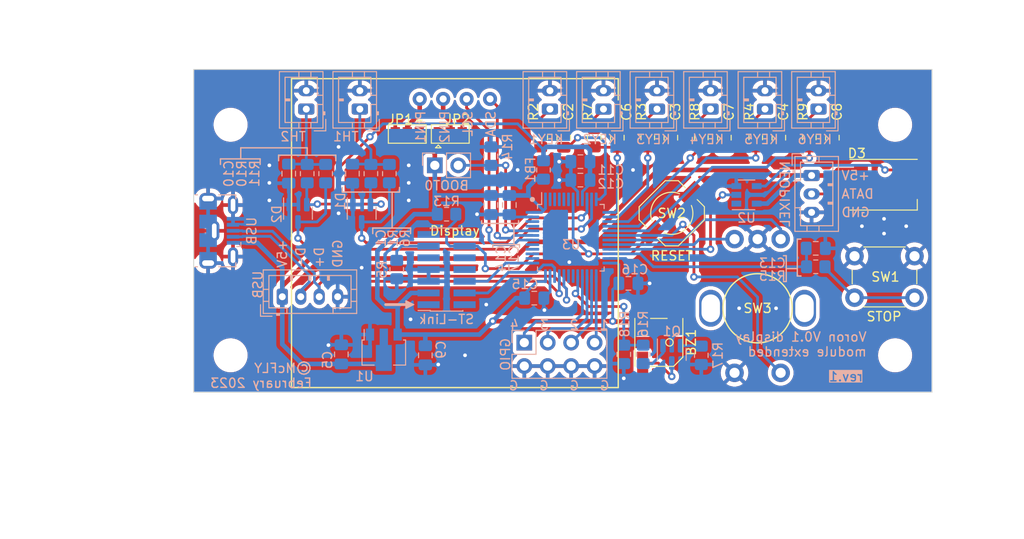
<source format=kicad_pcb>
(kicad_pcb (version 20221018) (generator pcbnew)

  (general
    (thickness 1.6)
  )

  (paper "A4")
  (title_block
    (title "V0_McDisplay")
    (date "2023-02-13")
    (rev "1")
    (company "Anton McFLY Mukhin")
  )

  (layers
    (0 "F.Cu" signal)
    (31 "B.Cu" signal)
    (32 "B.Adhes" user "B.Adhesive")
    (33 "F.Adhes" user "F.Adhesive")
    (34 "B.Paste" user)
    (35 "F.Paste" user)
    (36 "B.SilkS" user "B.Silkscreen")
    (37 "F.SilkS" user "F.Silkscreen")
    (38 "B.Mask" user)
    (39 "F.Mask" user)
    (40 "Dwgs.User" user "User.Drawings")
    (41 "Cmts.User" user "User.Comments")
    (42 "Eco1.User" user "User.Eco1")
    (43 "Eco2.User" user "User.Eco2")
    (44 "Edge.Cuts" user)
    (45 "Margin" user)
    (46 "B.CrtYd" user "B.Courtyard")
    (47 "F.CrtYd" user "F.Courtyard")
    (48 "B.Fab" user)
    (49 "F.Fab" user)
    (50 "User.1" user)
    (51 "User.2" user)
  )

  (setup
    (stackup
      (layer "F.SilkS" (type "Top Silk Screen"))
      (layer "F.Paste" (type "Top Solder Paste"))
      (layer "F.Mask" (type "Top Solder Mask") (thickness 0.01))
      (layer "F.Cu" (type "copper") (thickness 0.035))
      (layer "dielectric 1" (type "core") (thickness 1.51) (material "FR4") (epsilon_r 4.5) (loss_tangent 0.02))
      (layer "B.Cu" (type "copper") (thickness 0.035))
      (layer "B.Mask" (type "Bottom Solder Mask") (thickness 0.01))
      (layer "B.Paste" (type "Bottom Solder Paste"))
      (layer "B.SilkS" (type "Bottom Silk Screen"))
      (copper_finish "None")
      (dielectric_constraints no)
    )
    (pad_to_mask_clearance 0)
    (pcbplotparams
      (layerselection 0x00010fc_ffffffff)
      (plot_on_all_layers_selection 0x0000000_00000000)
      (disableapertmacros false)
      (usegerberextensions true)
      (usegerberattributes false)
      (usegerberadvancedattributes false)
      (creategerberjobfile false)
      (dashed_line_dash_ratio 12.000000)
      (dashed_line_gap_ratio 3.000000)
      (svgprecision 6)
      (plotframeref false)
      (viasonmask false)
      (mode 1)
      (useauxorigin false)
      (hpglpennumber 1)
      (hpglpenspeed 20)
      (hpglpendiameter 15.000000)
      (dxfpolygonmode true)
      (dxfimperialunits true)
      (dxfusepcbnewfont true)
      (psnegative false)
      (psa4output false)
      (plotreference true)
      (plotvalue false)
      (plotinvisibletext false)
      (sketchpadsonfab false)
      (subtractmaskfromsilk true)
      (outputformat 1)
      (mirror false)
      (drillshape 0)
      (scaleselection 1)
      (outputdirectory "gerber/")
    )
  )

  (net 0 "")
  (net 1 "VBUS")
  (net 2 "Net-(BZ1-+)")
  (net 3 "Net-(J2-Pin_1)")
  (net 4 "KEY1")
  (net 5 "GND")
  (net 6 "KEY3")
  (net 7 "KEY5")
  (net 8 "KEY2")
  (net 9 "KEY4")
  (net 10 "KEY6")
  (net 11 "+3.3V")
  (net 12 "Net-(J11-Pin_1)")
  (net 13 "+3.3VA")
  (net 14 "KILL_SW")
  (net 15 "TH1")
  (net 16 "TH2")
  (net 17 "Net-(D3-DOUT)")
  (net 18 "Net-(D3-DIN)")
  (net 19 "D-")
  (net 20 "D+")
  (net 21 "Net-(J3-Pin_1)")
  (net 22 "Net-(J4-Pin_1)")
  (net 23 "Net-(J5-Pin_1)")
  (net 24 "unconnected-(J7-Pin_1-Pad1)")
  (net 25 "unconnected-(J7-Pin_2-Pad2)")
  (net 26 "SWDIO")
  (net 27 "SWCLK")
  (net 28 "unconnected-(J7-Pin_8-Pad8)")
  (net 29 "unconnected-(J7-Pin_9-Pad9)")
  (net 30 "unconnected-(J7-Pin_10-Pad10)")
  (net 31 "Net-(J7-Pin_11)")
  (net 32 "RESET")
  (net 33 "unconnected-(J7-Pin_13-Pad13)")
  (net 34 "unconnected-(J7-Pin_14-Pad14)")
  (net 35 "Net-(J8-Pin_1)")
  (net 36 "Net-(J9-Pin_1)")
  (net 37 "Net-(J10-Pin_1)")
  (net 38 "BOOT0")
  (net 39 "GPIO1")
  (net 40 "GPIO2")
  (net 41 "GPIO3")
  (net 42 "GPIO4")
  (net 43 "PIN1")
  (net 44 "PIN2")
  (net 45 "SCL")
  (net 46 "SDA")
  (net 47 "Net-(Q1-G)")
  (net 48 "Net-(Q1-S)")
  (net 49 "Net-(SW1-B)")
  (net 50 "BUZZER")
  (net 51 "ENC_A")
  (net 52 "ENC_B")
  (net 53 "ENC_SW")
  (net 54 "NEOPIXEL")
  (net 55 "unconnected-(U3-PC13-Pad2)")
  (net 56 "unconnected-(U3-PC14-OSC32_IN-Pad3)")
  (net 57 "unconnected-(U3-PC15-OSC32_OUT-Pad4)")
  (net 58 "unconnected-(U3-PF0-OSC_IN-Pad5)")
  (net 59 "unconnected-(U3-PF1-OSC_OUT-Pad6)")
  (net 60 "unconnected-(U3-PA9-Pad30)")
  (net 61 "unconnected-(U3-PA10-Pad31)")
  (net 62 "unconnected-(U3-PA15-Pad38)")
  (net 63 "unconnected-(U3-PB3-Pad39)")
  (net 64 "unconnected-(U3-PB4-Pad40)")
  (net 65 "unconnected-(U3-PB5-Pad41)")
  (net 66 "unconnected-(U3-PB8-Pad45)")
  (net 67 "unconnected-(U3-PB9-Pad46)")

  (footprint "V0-Display:WS2812_5050_LED" (layer "F.Cu") (at 74.75 12.5))

  (footprint "Resistor_SMD:R_0805_2012Metric_Pad1.20x1.40mm_HandSolder" (layer "F.Cu") (at 49.2 7.4 -90))

  (footprint "V0-Display:SW_PUSH_6mm" (layer "F.Cu") (at 71.6 20.25))

  (footprint "V0-Display:MountingHole_3.2mm_M3" (layer "F.Cu") (at 76 31))

  (footprint "Resistor_SMD:R_0805_2012Metric_Pad1.20x1.40mm_HandSolder" (layer "F.Cu") (at 43.4 7.4 -90))

  (footprint "Resistor_SMD:R_0805_2012Metric_Pad1.20x1.40mm_HandSolder" (layer "F.Cu") (at 55 7.4 -90))

  (footprint "V0-Display:MountingHole_3.2mm_M3" (layer "F.Cu") (at 4 31))

  (footprint "Capacitor_SMD:C_0805_2012Metric_Pad1.18x1.45mm_HandSolder" (layer "F.Cu") (at 57.5 7.4 90))

  (footprint "my_additions:Buzzer_5020" (layer "F.Cu") (at 50.4 29.6 -90))

  (footprint "Capacitor_SMD:C_0805_2012Metric_Pad1.18x1.45mm_HandSolder" (layer "F.Cu") (at 69.2 7.4 90))

  (footprint "Capacitor_SMD:C_0805_2012Metric_Pad1.18x1.45mm_HandSolder" (layer "F.Cu") (at 51.7 7.4 90))

  (footprint "Resistor_SMD:R_0805_2012Metric_Pad1.20x1.40mm_HandSolder" (layer "F.Cu") (at 66.7 7.4 -90))

  (footprint "Resistor_SMD:R_0805_2012Metric_Pad1.20x1.40mm_HandSolder" (layer "F.Cu") (at 60.9 7.4 -90))

  (footprint "V0-Display:SolderJumper-3_P1.3mm_Pad1.0x1.5mm" (layer "F.Cu") (at 23.1425 7 180))

  (footprint "Capacitor_SMD:C_0805_2012Metric_Pad1.18x1.45mm_HandSolder" (layer "F.Cu") (at 45.9 7.4 90))

  (footprint "my_additions:SW_silent_SMD_6x6x5" (layer "F.Cu") (at 51.8 15.6 -135))

  (footprint "Capacitor_SMD:C_0805_2012Metric_Pad1.18x1.45mm_HandSolder" (layer "F.Cu") (at 40.1 7.4 90))

  (footprint "V0-Display:MountingHole_3.2mm_M3" (layer "F.Cu") (at 4 6))

  (footprint "Resistor_SMD:R_0805_2012Metric_Pad1.20x1.40mm_HandSolder" (layer "F.Cu") (at 37.6 7.4 -90))

  (footprint "V0-Display:MountingHole_3.2mm_M3" (layer "F.Cu") (at 76 6))

  (footprint "V0-Display:SolderJumper-3_P1.3mm_Pad1.0x1.5mm" (layer "F.Cu") (at 27.8 7))

  (footprint "V0-Display:1pt3in_OLED" (layer "F.Cu") (at 28.3 3.2))

  (footprint "Capacitor_SMD:C_0805_2012Metric_Pad1.18x1.45mm_HandSolder" (layer "F.Cu") (at 63.4 7.4 90))

  (footprint "V0-Display:EN11_Encoder" (layer "F.Cu") (at 61.1 25.9 180))

  (footprint "Capacitor_SMD:C_0805_2012Metric_Pad1.18x1.45mm_HandSolder" (layer "B.Cu") (at 67.4 19.4))

  (footprint "Capacitor_SMD:C_0805_2012Metric_Pad1.18x1.45mm_HandSolder" (layer "B.Cu") (at 10.3 11.3 -90))

  (footprint "V0-Display:SOT-23-5" (layer "B.Cu") (at 59.9 13.6))

  (footprint "Connector_PinHeader_2.54mm:PinHeader_2x04_P2.54mm_Vertical" (layer "B.Cu") (at 35.82 29.625 -90))

  (footprint "Connector_JST:JST_PH_B3B-PH-K_1x03_P2.00mm_Vertical" (layer "B.Cu") (at 66.95 11.5 -90))

  (footprint "Connector_PinHeader_1.27mm:PinHeader_2x07_P1.27mm_Vertical_SMD" (layer "B.Cu") (at 27.4 21.7))

  (footprint "Connector_PinHeader_2.54mm:PinHeader_1x02_P2.54mm_Vertical" (layer "B.Cu") (at 26.125 10.4 -90))

  (footprint "Capacitor_SMD:C_0805_2012Metric_Pad1.18x1.45mm_HandSolder" (layer "B.Cu") (at 34.2 14.7 -90))

  (footprint "Capacitor_SMD:C_0805_2012Metric_Pad1.18x1.45mm_HandSolder" (layer "B.Cu") (at 47.1 23.2))

  (footprint "Package_QFP:LQFP-48_7x7mm_P0.5mm" (layer "B.Cu") (at 40.8625 18.25 -90))

  (footprint "Capacitor_SMD:C_0805_2012Metric_Pad1.18x1.45mm_HandSolder" (layer "B.Cu") (at 16 30.9 90))

  (footprint "Connector_JST:JST_PH_B2B-PH-K_1x02_P2.00mm_Vertical" (layer "B.Cu") (at 38.6 4.3 90))

  (footprint "Capacitor_SMD:C_0805_2012Metric_Pad1.18x1.45mm_HandSolder" (layer "B.Cu") (at 41.9 12 180))

  (footprint "Resistor_SMD:R_0805_2012Metric_Pad1.20x1.40mm_HandSolder" (layer "B.Cu") (at 32.2 9.4 -90))

  (footprint "Capacitor_SMD:C_0805_2012Metric_Pad1.18x1.45mm_HandSolder" (layer "B.Cu") (at 36.9 24.8))

  (footprint "Resistor_SMD:R_0805_2012Metric_Pad1.20x1.40mm_HandSolder" (layer "B.Cu") (at 14.3 11.300001 -90))

  (footprint "Resistor_SMD:R_0805_2012Metric_Pad1.20x1.40mm_HandSolder" (layer "B.Cu") (at 19.2 11.3 90))

  (footprint "Resistor_SMD:R_0805_2012Metric_Pad1.20x1.40mm_HandSolder" (layer "B.Cu") (at 27.4 15.7 180))

  (footprint "Capacitor_SMD:C_0805_2012Metric_Pad1.18x1.45mm_HandSolder" (layer "B.Cu") (at 17.2 11.3 -90))

  (footprint "Capacitor_SMD:C_0805_2012Metric_Pad1.18x1.45mm_HandSolder" (layer "B.Cu") (at 41.9 10 180))

  (footprint "Connector_JST:JST_PH_B2B-PH-K_1x02_P2.00mm_Vertical" (layer "B.Cu") (at 61.9 4.3 90))

  (footprint "Connector_JST:JST_PH_B2B-PH-K_1x02_P2.00mm_Vertical" (layer "B.Cu")
    (tstamp 732a5740-d45a-4288-933b-37ed89550304)
    (at 50.2 4.3 90)
    (descr "JST PH series connector, B2B-PH-K (http://www.jst-mfg.com/product/pdf/eng/ePH.pdf), generated with kicad-footprint-generator")
    (tags "connector JST PH side entry")
    (property "Label" "KEY3")
    (property "Sheetfile" "V0_McDisplay.kicad_sch")
    (property "Sheetname" "")
    (property "ki_description" "Generic connector, single row, 01x02, script generated (kicad-library-utils/schlib/autogen/connector/)")
    (property "ki_keywords" "connector")
    (path "/e9f69746-91ca-45d5-8ab8-58fb0a568c85")
    (attr through_hole)
    (fp_text reference "J4" (at 1 2.9 90) (layer "B.SilkS") hide
        (effects (font (size 1 1) (thickness 0.15)) (justify mirror))
      (tstamp 9c856e10-639e-425d-96bc-38408db78000)
    )
    (fp_text value "PH2.00_02" (at 1 -4 90) (layer "B.Fab")
        (effects (font (size 1 1) (thickness 0.15)) (justify mirror))
      (tstamp 9e8456fb-6cfb-441c-801c-406d1187c85a)
    )
    (fp_text user "${REFERENCE}" (at 1 -1.5 90) (layer "B.Fab")
        (effects (font (size 1 1) (thickness 0.15)) (justify mirror))
      (tstamp 625e9e59-b56b-46df-83b7-4628e7828bfa)
    )
    (fp_line (start -2.36 2.11) (end -2.36 0.86)
      (stroke (width 0.12) (type solid)) (layer "B.SilkS") (tstamp f2914a04-37f0-47b1-a201-2e67825223e8))
    (fp_line (start -2.06 -2.91) (end 4.06 -2.91)
      (stroke (width 0.12) (type solid)) (layer "B.SilkS") (tstamp 164dac81-7999-4719-9f92-f28015c126cf))
    (fp_line (start -2.06 -0.8) (end -1.45 -0.8)
      (stroke (width 0.12) (type solid)) (layer "B.SilkS") (tstamp ff22081c-4f47-4789-9e64-de3ff710ce06))
    (fp_line (start -2.06 0.5) (end -1.45 0.5)
      (stroke (width 0.12) (type solid)) (layer "B.SilkS") (tstamp c1401dbe-f21f-471f-8237-5e841cdc37ee))
    (fp_line (start -2.06 1.81) (end -2.06 -2.91)
      (stroke (width 0.12) (type solid)) (layer "B.SilkS") (tstamp 145d9ab2-590c-4974-a79e-d6145e025ec9))
    (fp_line (start -1.45 -2.3) (end 3.45 -2.3)
      (stroke (width 0.12) (type solid)) (layer "B.SilkS") (tstamp 985c0488-76d0-43a9-bd29-bd7f7d19ea2a))
    (fp_line (start -1.45 1.2) (end -1.45 -2.3)
      (stroke (width 0.12) (type solid)) (layer "B.SilkS") (tstamp 88e22f5b-d527-4ba3-805d-a8bd1167df7a))
    (fp_line (start -1.11 2.11) (end -2.36 2.11)
      (stroke (width 0.12) (type solid)) (layer "B.SilkS") (tstamp 78d85592-2d00-425e-b2f5-3c1690d2c082))
    (fp_line (start -0.6 2.01) (end -0.6 1.81)
      (stroke (width 0.12) (type solid)) (layer "B.SilkS") (tstamp 30c9e245-c1fd-481d-82b1-42518cacb1b8))
    (fp_line (start -0.3 1.81) (end -0.3 2.01)
      (stroke (width 0.12) (type solid)) (layer "B.SilkS") (tstamp 4f26520a-5293-45ec-bd13-03b657386f3b))
    (fp_line (start -0.3 1.91) (end -0.6 1.91)
      (stroke (width 0.12) (type solid)) (layer "B.SilkS") (tstamp cd2510ed-bf98-49e7-b932-2498dea1c13a))
    (fp_line (start -0.3 2.01) (end -0.6 2.01)
      (stroke (width 0.12) (type solid)) (layer "B.SilkS") (tstamp 76942d78-675c-4e1c-8846-1804b5db7d52))
    (fp_line (start 0.5 1.2) (end -1.45 1.2)
      (stroke (width 0.12) (type solid)) (layer "B.SilkS") (tstamp fbb1df67-d24f-4b1d-9a06-f182542d446a))
    (fp_line (start 0.5 1.81) (end 0.5 1.2)
      (stroke (width 0.12) (type solid)) (layer "B.SilkS") (tstamp 26a09900-6e47-46ec-9aca-86d5fab98350))
    (fp_line (start 0.9 -2.3) (end 0.9 -1.8)
      (stroke (width 0.12) (type solid)) (layer "B.SilkS") (tstamp 0f145a15-2ac1-4613-b3d0-d2fd29d221cc))
    (fp_line (start 0.9 -1.8) (end 1.1 -1.8)
      (stroke (width 0.12) (type solid)) (layer "B.SilkS") (tstamp a89b4406-8e94-4d2b-87e0-a5d8d3e68573))
    (fp_line (start 1 -2.3) (end 1 -1.8)
      (stroke (width 0.12) (type solid)) (layer "B.SilkS") (tstamp 69b3b014-77ce-4b48-b9c8-874e47e6e379))
    (fp_line (start 1.1 -1.8) (end 1.1 -2.3)
      (stroke (width 0.12) (type solid)) (layer "B.SilkS") (tstamp c79085a6-f26e-4be1-9b59-150b12db49f8))
    (fp_line (start 1.5 1.2) (end 1.5 1.81)
      (stroke (width 0.12) (type solid)) (layer "B.SilkS") (tstamp fe1f218a-9183-4e34-97b1-9bdfbeac276c))
    (fp_line (start 3.45 -2.3) (end 3.45 1.2)
      (stroke (width 0.12) (type solid)) (layer "B.SilkS") (tstamp 97fb3a3f-0e19-4934-8505-b5c42f90dc3a))
    (fp_line (start 3.45 1.2) (end 1.5 1.2)
      (stroke (width 0.12) (type solid)) (layer "B.SilkS") (tstamp 7be941a7-8af2-4c44-9290-8256b442e8e2))
    (fp_line (start 4.06 -2.91) (end 4.06 1.81)
      (stroke (width 0.12) (type solid)) (layer "B.SilkS") (tstamp 730d76eb-377f-4d2b-ba35-8e258ea79db3))
    (fp_line (start 4.06 -0.8) (end 3.45 -0.8)
      (stroke (width 0.12) (type solid)) (layer "B.SilkS") (tstamp be4186db-a289-4438-bf90-de5250319a9b))
    (fp_line (start 4.06 0.5) (end 3.45 0.5)
      (stroke (width 0.12) (type solid)) (layer "B.SilkS") (tstamp 71bd0019-0b15-4050-8e05-b3f6cf3b8fff))
    (fp_line (start 4.06 1.81) (end -2.06 1.81)
      (stroke (width 0.12) (type solid)) (layer "B.SilkS") (tstamp 41a31fd6-e78c-4306-8a86-1c08ce16fe6b))
    (fp_line (start -2.45 -3.3) (end 4.45 -3.3)
      (stroke (width 0.05) (type solid)) (layer "B.CrtYd") (tstamp c8610e8e-5972-4767-8b73-10a5f30f97b4))
    (fp_line (start -2.45 2.2) (end -2.45 -3.3)
      (stroke (width 0.05) (type solid)) (layer "B.CrtYd") (tstamp 5e055fdc-3f27-4c88-92df-94f291d2861c))
    (fp_line (start 4.45 -3.3) (end 4.45 2.2)
      (stroke (width 0.05) (type solid)) (layer "B.CrtYd") (tstamp 174cceb4-b063-470c-97f7-e8f8f72b5922))
    (fp_line (start 4.45 2.2) (end -2.45 2.2)
      (stroke (width 0.05) (type solid)) (layer "B.CrtYd") (tstamp 05affe0b-f108-4f7e-ac9b-fab438ea6edc))
    (fp_line (start -2.36 2.11) (end -2.36 0.86)
      (stroke (width 0.1) (type solid)) (layer "B.Fab") (tstamp 45bdbd3d-6ac5-479c-8573-e6a498b532e1))
    (fp_line (start -1.95 -2.8) (end 3.95 -2.8)
      (stroke (width 0.1) (type solid)) (layer "B.Fab") (tstamp 7c4daeac-a331-43bc-819d-f457747d92cb))
    (fp_line (start -1.95 1.7) (end -1.95 -2.8)
      (stroke (width 0.1) (type solid)) (layer "B.Fab") (tstamp 2ce9b9c6-8bfb-4904-a454-1d725d9961ca))
    (fp_line (start -1.11 2.11) (end -2.36 2.11)
      (stroke (width 0.1) (type solid)) (layer "B.Fab") (tstamp 7a71fe99-727c-4703-9fc4-1ca34cb3fcab))
    (fp_line (start 3.95 -2.8) (end 3.95 1.7)
      (stroke (width 0.1) (type solid)) (layer "B.Fab") (tstamp 3ba71b8c-41f7-4300-ba28-4480c463
... [809469 chars truncated]
</source>
